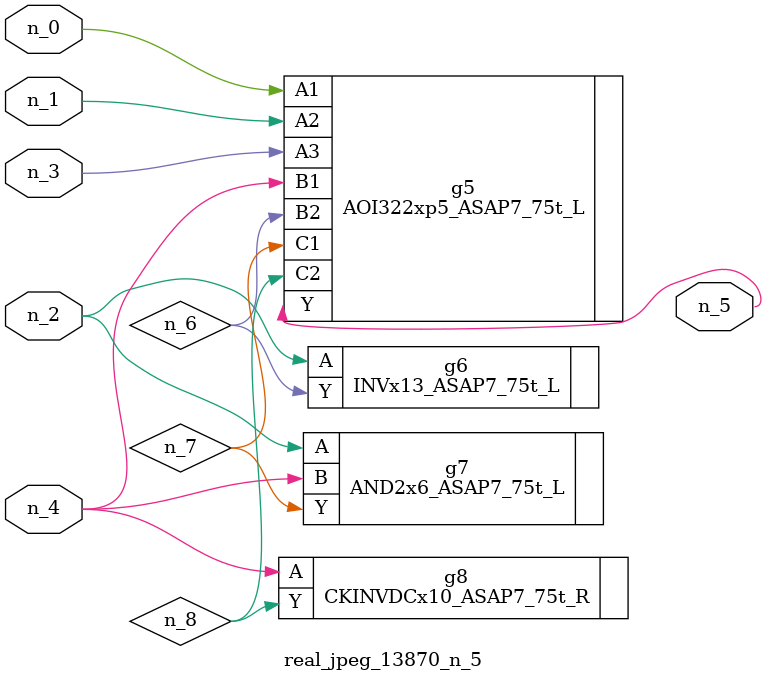
<source format=v>
module real_jpeg_13870_n_5 (n_4, n_0, n_1, n_2, n_3, n_5);

input n_4;
input n_0;
input n_1;
input n_2;
input n_3;

output n_5;

wire n_8;
wire n_6;
wire n_7;

AOI322xp5_ASAP7_75t_L g5 ( 
.A1(n_0),
.A2(n_1),
.A3(n_3),
.B1(n_4),
.B2(n_6),
.C1(n_7),
.C2(n_8),
.Y(n_5)
);

INVx13_ASAP7_75t_L g6 ( 
.A(n_2),
.Y(n_6)
);

AND2x6_ASAP7_75t_L g7 ( 
.A(n_2),
.B(n_4),
.Y(n_7)
);

CKINVDCx10_ASAP7_75t_R g8 ( 
.A(n_4),
.Y(n_8)
);


endmodule
</source>
